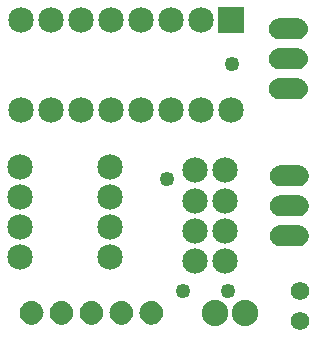
<source format=gts>
G04 MADE WITH FRITZING*
G04 WWW.FRITZING.ORG*
G04 DOUBLE SIDED*
G04 HOLES PLATED*
G04 CONTOUR ON CENTER OF CONTOUR VECTOR*
%ASAXBY*%
%FSLAX23Y23*%
%MOIN*%
%OFA0B0*%
%SFA1.0B1.0*%
%ADD10C,0.088000*%
%ADD11C,0.049370*%
%ADD12C,0.070000*%
%ADD13C,0.061496*%
%ADD14C,0.085000*%
%ADD15C,0.084472*%
%ADD16R,0.085000X0.085000*%
%ADD17C,0.030000*%
%ADD18C,0.027109*%
%ADD19R,0.001000X0.001000*%
%LNMASK1*%
G90*
G70*
G54D10*
X769Y91D03*
X869Y91D03*
G54D11*
X814Y166D03*
X663Y166D03*
G54D12*
X1019Y547D03*
X1019Y447D03*
X1019Y347D03*
X1019Y547D03*
X1019Y447D03*
X1019Y347D03*
X1016Y1038D03*
X1016Y938D03*
X1016Y838D03*
X1016Y1038D03*
X1016Y938D03*
X1016Y838D03*
G54D11*
X611Y539D03*
X827Y923D03*
G54D13*
X1054Y166D03*
X1054Y66D03*
X1054Y166D03*
X1054Y66D03*
G54D14*
X421Y277D03*
X121Y277D03*
X421Y377D03*
X121Y377D03*
X421Y477D03*
X121Y477D03*
X421Y577D03*
X121Y577D03*
G54D15*
X703Y265D03*
X803Y265D03*
X703Y365D03*
X803Y365D03*
X703Y466D03*
X803Y466D03*
X703Y567D03*
X803Y567D03*
X703Y265D03*
X803Y265D03*
X703Y365D03*
X803Y365D03*
X703Y466D03*
X803Y466D03*
X703Y567D03*
X803Y567D03*
G54D14*
X823Y1067D03*
X823Y767D03*
X723Y1067D03*
X723Y767D03*
X623Y1067D03*
X623Y767D03*
X523Y1067D03*
X523Y767D03*
X423Y1067D03*
X423Y767D03*
X323Y1067D03*
X323Y767D03*
X223Y1067D03*
X223Y767D03*
X123Y1067D03*
X123Y767D03*
G54D16*
X823Y1067D03*
G54D17*
G36*
X740Y120D02*
X798Y120D01*
X798Y62D01*
X740Y62D01*
X740Y120D01*
G37*
D02*
G36*
X393Y249D02*
X393Y304D01*
X448Y304D01*
X448Y249D01*
X393Y249D01*
G37*
D02*
G54D18*
G36*
X675Y293D02*
X732Y293D01*
X732Y236D01*
X675Y236D01*
X675Y293D01*
G37*
D02*
G36*
X675Y293D02*
X732Y293D01*
X732Y236D01*
X675Y236D01*
X675Y293D01*
G37*
D02*
G36*
X675Y595D02*
X732Y595D01*
X732Y538D01*
X675Y538D01*
X675Y595D01*
G37*
D02*
G54D19*
X979Y1073D02*
X1050Y1073D01*
X975Y1072D02*
X1054Y1072D01*
X972Y1071D02*
X1057Y1071D01*
X970Y1070D02*
X1059Y1070D01*
X968Y1069D02*
X1061Y1069D01*
X967Y1068D02*
X1062Y1068D01*
X965Y1067D02*
X1064Y1067D01*
X964Y1066D02*
X1065Y1066D01*
X963Y1065D02*
X1066Y1065D01*
X961Y1064D02*
X1067Y1064D01*
X960Y1063D02*
X1069Y1063D01*
X959Y1062D02*
X1069Y1062D01*
X959Y1061D02*
X1070Y1061D01*
X958Y1060D02*
X1071Y1060D01*
X957Y1059D02*
X1072Y1059D01*
X956Y1058D02*
X1073Y1058D01*
X956Y1057D02*
X1073Y1057D01*
X955Y1056D02*
X1074Y1056D01*
X954Y1055D02*
X1075Y1055D01*
X954Y1054D02*
X1075Y1054D01*
X953Y1053D02*
X1009Y1053D01*
X1020Y1053D02*
X1076Y1053D01*
X953Y1052D02*
X1007Y1052D01*
X1022Y1052D02*
X1076Y1052D01*
X952Y1051D02*
X1005Y1051D01*
X1024Y1051D02*
X1076Y1051D01*
X952Y1050D02*
X1004Y1050D01*
X1025Y1050D02*
X1077Y1050D01*
X952Y1049D02*
X1003Y1049D01*
X1026Y1049D02*
X1077Y1049D01*
X951Y1048D02*
X1002Y1048D01*
X1027Y1048D02*
X1078Y1048D01*
X951Y1047D02*
X1001Y1047D01*
X1028Y1047D02*
X1078Y1047D01*
X951Y1046D02*
X1001Y1046D01*
X1028Y1046D02*
X1078Y1046D01*
X951Y1045D02*
X1000Y1045D01*
X1029Y1045D02*
X1078Y1045D01*
X950Y1044D02*
X1000Y1044D01*
X1029Y1044D02*
X1078Y1044D01*
X950Y1043D02*
X1000Y1043D01*
X1029Y1043D02*
X1079Y1043D01*
X950Y1042D02*
X999Y1042D01*
X1030Y1042D02*
X1079Y1042D01*
X950Y1041D02*
X999Y1041D01*
X1030Y1041D02*
X1079Y1041D01*
X950Y1040D02*
X999Y1040D01*
X1030Y1040D02*
X1079Y1040D01*
X950Y1039D02*
X999Y1039D01*
X1030Y1039D02*
X1079Y1039D01*
X950Y1038D02*
X999Y1038D01*
X1030Y1038D02*
X1079Y1038D01*
X950Y1037D02*
X999Y1037D01*
X1030Y1037D02*
X1079Y1037D01*
X950Y1036D02*
X999Y1036D01*
X1030Y1036D02*
X1079Y1036D01*
X950Y1035D02*
X999Y1035D01*
X1030Y1035D02*
X1079Y1035D01*
X950Y1034D02*
X1000Y1034D01*
X1029Y1034D02*
X1079Y1034D01*
X951Y1033D02*
X1000Y1033D01*
X1029Y1033D02*
X1078Y1033D01*
X951Y1032D02*
X1000Y1032D01*
X1029Y1032D02*
X1078Y1032D01*
X951Y1031D02*
X1001Y1031D01*
X1028Y1031D02*
X1078Y1031D01*
X951Y1030D02*
X1001Y1030D01*
X1028Y1030D02*
X1078Y1030D01*
X952Y1029D02*
X1002Y1029D01*
X1027Y1029D02*
X1077Y1029D01*
X952Y1028D02*
X1003Y1028D01*
X1026Y1028D02*
X1077Y1028D01*
X952Y1027D02*
X1004Y1027D01*
X1025Y1027D02*
X1077Y1027D01*
X953Y1026D02*
X1005Y1026D01*
X1023Y1026D02*
X1076Y1026D01*
X953Y1025D02*
X1007Y1025D01*
X1022Y1025D02*
X1076Y1025D01*
X954Y1024D02*
X1011Y1024D01*
X1018Y1024D02*
X1075Y1024D01*
X954Y1023D02*
X1075Y1023D01*
X955Y1022D02*
X1074Y1022D01*
X955Y1021D02*
X1074Y1021D01*
X956Y1020D02*
X1073Y1020D01*
X956Y1019D02*
X1072Y1019D01*
X957Y1018D02*
X1072Y1018D01*
X958Y1017D02*
X1071Y1017D01*
X959Y1016D02*
X1070Y1016D01*
X960Y1015D02*
X1069Y1015D01*
X961Y1014D02*
X1068Y1014D01*
X962Y1013D02*
X1067Y1013D01*
X963Y1012D02*
X1066Y1012D01*
X964Y1011D02*
X1065Y1011D01*
X966Y1010D02*
X1063Y1010D01*
X967Y1009D02*
X1062Y1009D01*
X969Y1008D02*
X1060Y1008D01*
X971Y1007D02*
X1058Y1007D01*
X973Y1006D02*
X1056Y1006D01*
X976Y1005D02*
X1053Y1005D01*
X981Y1004D02*
X1048Y1004D01*
X978Y973D02*
X1051Y973D01*
X975Y972D02*
X1054Y972D01*
X972Y971D02*
X1057Y971D01*
X970Y970D02*
X1059Y970D01*
X968Y969D02*
X1061Y969D01*
X966Y968D02*
X1062Y968D01*
X965Y967D02*
X1064Y967D01*
X964Y966D02*
X1065Y966D01*
X962Y965D02*
X1066Y965D01*
X961Y964D02*
X1068Y964D01*
X960Y963D02*
X1069Y963D01*
X959Y962D02*
X1070Y962D01*
X958Y961D02*
X1070Y961D01*
X958Y960D02*
X1071Y960D01*
X957Y959D02*
X1072Y959D01*
X956Y958D02*
X1073Y958D01*
X956Y957D02*
X1073Y957D01*
X955Y956D02*
X1074Y956D01*
X954Y955D02*
X1075Y955D01*
X954Y954D02*
X1075Y954D01*
X953Y953D02*
X1009Y953D01*
X1020Y953D02*
X1076Y953D01*
X953Y952D02*
X1007Y952D01*
X1022Y952D02*
X1076Y952D01*
X952Y951D02*
X1005Y951D01*
X1024Y951D02*
X1076Y951D01*
X952Y950D02*
X1004Y950D01*
X1025Y950D02*
X1077Y950D01*
X952Y949D02*
X1003Y949D01*
X1026Y949D02*
X1077Y949D01*
X951Y948D02*
X1002Y948D01*
X1027Y948D02*
X1078Y948D01*
X951Y947D02*
X1001Y947D01*
X1028Y947D02*
X1078Y947D01*
X951Y946D02*
X1001Y946D01*
X1028Y946D02*
X1078Y946D01*
X951Y945D02*
X1000Y945D01*
X1029Y945D02*
X1078Y945D01*
X950Y944D02*
X1000Y944D01*
X1029Y944D02*
X1078Y944D01*
X950Y943D02*
X1000Y943D01*
X1029Y943D02*
X1079Y943D01*
X950Y942D02*
X999Y942D01*
X1030Y942D02*
X1079Y942D01*
X950Y941D02*
X999Y941D01*
X1030Y941D02*
X1079Y941D01*
X950Y940D02*
X999Y940D01*
X1030Y940D02*
X1079Y940D01*
X950Y939D02*
X999Y939D01*
X1030Y939D02*
X1079Y939D01*
X950Y938D02*
X999Y938D01*
X1030Y938D02*
X1079Y938D01*
X950Y937D02*
X999Y937D01*
X1030Y937D02*
X1079Y937D01*
X950Y936D02*
X999Y936D01*
X1030Y936D02*
X1079Y936D01*
X950Y935D02*
X999Y935D01*
X1030Y935D02*
X1079Y935D01*
X950Y934D02*
X1000Y934D01*
X1029Y934D02*
X1079Y934D01*
X951Y933D02*
X1000Y933D01*
X1029Y933D02*
X1078Y933D01*
X951Y932D02*
X1000Y932D01*
X1029Y932D02*
X1078Y932D01*
X951Y931D02*
X1001Y931D01*
X1028Y931D02*
X1078Y931D01*
X951Y930D02*
X1001Y930D01*
X1027Y930D02*
X1078Y930D01*
X952Y929D02*
X1002Y929D01*
X1027Y929D02*
X1077Y929D01*
X952Y928D02*
X1003Y928D01*
X1026Y928D02*
X1077Y928D01*
X952Y927D02*
X1004Y927D01*
X1025Y927D02*
X1077Y927D01*
X953Y926D02*
X1006Y926D01*
X1023Y926D02*
X1076Y926D01*
X953Y925D02*
X1008Y925D01*
X1021Y925D02*
X1076Y925D01*
X954Y924D02*
X1011Y924D01*
X1018Y924D02*
X1075Y924D01*
X954Y923D02*
X1075Y923D01*
X955Y922D02*
X1074Y922D01*
X955Y921D02*
X1074Y921D01*
X956Y920D02*
X1073Y920D01*
X957Y919D02*
X1072Y919D01*
X957Y918D02*
X1072Y918D01*
X958Y917D02*
X1071Y917D01*
X959Y916D02*
X1070Y916D01*
X960Y915D02*
X1069Y915D01*
X961Y914D02*
X1068Y914D01*
X962Y913D02*
X1067Y913D01*
X963Y912D02*
X1066Y912D01*
X964Y911D02*
X1065Y911D01*
X966Y910D02*
X1063Y910D01*
X967Y909D02*
X1062Y909D01*
X969Y908D02*
X1060Y908D01*
X971Y907D02*
X1058Y907D01*
X973Y906D02*
X1056Y906D01*
X976Y905D02*
X1053Y905D01*
X981Y904D02*
X1048Y904D01*
X978Y873D02*
X1051Y873D01*
X974Y872D02*
X1054Y872D01*
X972Y871D02*
X1057Y871D01*
X970Y870D02*
X1059Y870D01*
X968Y869D02*
X1061Y869D01*
X966Y868D02*
X1063Y868D01*
X965Y867D02*
X1064Y867D01*
X964Y866D02*
X1065Y866D01*
X962Y865D02*
X1067Y865D01*
X961Y864D02*
X1068Y864D01*
X960Y863D02*
X1069Y863D01*
X959Y862D02*
X1070Y862D01*
X958Y861D02*
X1070Y861D01*
X958Y860D02*
X1071Y860D01*
X957Y859D02*
X1072Y859D01*
X956Y858D02*
X1073Y858D01*
X955Y857D02*
X1073Y857D01*
X955Y856D02*
X1074Y856D01*
X954Y855D02*
X1075Y855D01*
X954Y854D02*
X1075Y854D01*
X953Y853D02*
X1009Y853D01*
X1020Y853D02*
X1076Y853D01*
X953Y852D02*
X1006Y852D01*
X1022Y852D02*
X1076Y852D01*
X952Y851D02*
X1005Y851D01*
X1024Y851D02*
X1076Y851D01*
X952Y850D02*
X1004Y850D01*
X1025Y850D02*
X1077Y850D01*
X952Y849D02*
X1003Y849D01*
X1026Y849D02*
X1077Y849D01*
X951Y848D02*
X1002Y848D01*
X1027Y848D02*
X1078Y848D01*
X951Y847D02*
X1001Y847D01*
X1028Y847D02*
X1078Y847D01*
X951Y846D02*
X1001Y846D01*
X1028Y846D02*
X1078Y846D01*
X951Y845D02*
X1000Y845D01*
X1029Y845D02*
X1078Y845D01*
X950Y844D02*
X1000Y844D01*
X1029Y844D02*
X1078Y844D01*
X950Y843D02*
X1000Y843D01*
X1029Y843D02*
X1079Y843D01*
X950Y842D02*
X999Y842D01*
X1030Y842D02*
X1079Y842D01*
X950Y841D02*
X999Y841D01*
X1030Y841D02*
X1079Y841D01*
X950Y840D02*
X999Y840D01*
X1030Y840D02*
X1079Y840D01*
X950Y839D02*
X999Y839D01*
X1030Y839D02*
X1079Y839D01*
X950Y838D02*
X999Y838D01*
X1030Y838D02*
X1079Y838D01*
X950Y837D02*
X999Y837D01*
X1030Y837D02*
X1079Y837D01*
X950Y836D02*
X999Y836D01*
X1030Y836D02*
X1079Y836D01*
X950Y835D02*
X999Y835D01*
X1030Y835D02*
X1079Y835D01*
X950Y834D02*
X1000Y834D01*
X1029Y834D02*
X1079Y834D01*
X951Y833D02*
X1000Y833D01*
X1029Y833D02*
X1078Y833D01*
X951Y832D02*
X1000Y832D01*
X1029Y832D02*
X1078Y832D01*
X951Y831D02*
X1001Y831D01*
X1028Y831D02*
X1078Y831D01*
X951Y830D02*
X1001Y830D01*
X1027Y830D02*
X1078Y830D01*
X952Y829D02*
X1002Y829D01*
X1027Y829D02*
X1077Y829D01*
X952Y828D02*
X1003Y828D01*
X1026Y828D02*
X1077Y828D01*
X952Y827D02*
X1004Y827D01*
X1025Y827D02*
X1077Y827D01*
X953Y826D02*
X1006Y826D01*
X1023Y826D02*
X1076Y826D01*
X953Y825D02*
X1008Y825D01*
X1021Y825D02*
X1076Y825D01*
X954Y824D02*
X1012Y824D01*
X1017Y824D02*
X1075Y824D01*
X954Y823D02*
X1075Y823D01*
X955Y822D02*
X1074Y822D01*
X955Y821D02*
X1074Y821D01*
X956Y820D02*
X1073Y820D01*
X957Y819D02*
X1072Y819D01*
X957Y818D02*
X1072Y818D01*
X958Y817D02*
X1071Y817D01*
X959Y816D02*
X1070Y816D01*
X960Y815D02*
X1069Y815D01*
X961Y814D02*
X1068Y814D01*
X962Y813D02*
X1067Y813D01*
X963Y812D02*
X1066Y812D01*
X964Y811D02*
X1065Y811D01*
X966Y810D02*
X1063Y810D01*
X967Y809D02*
X1062Y809D01*
X969Y808D02*
X1060Y808D01*
X971Y807D02*
X1058Y807D01*
X973Y806D02*
X1056Y806D01*
X976Y805D02*
X1052Y805D01*
X982Y804D02*
X1047Y804D01*
X983Y583D02*
X1052Y583D01*
X979Y582D02*
X1057Y582D01*
X976Y581D02*
X1060Y581D01*
X974Y580D02*
X1062Y580D01*
X972Y579D02*
X1064Y579D01*
X970Y578D02*
X1065Y578D01*
X969Y577D02*
X1067Y577D01*
X967Y576D02*
X1068Y576D01*
X966Y575D02*
X1069Y575D01*
X965Y574D02*
X1071Y574D01*
X964Y573D02*
X1072Y573D01*
X963Y572D02*
X1073Y572D01*
X962Y571D02*
X1073Y571D01*
X961Y570D02*
X1074Y570D01*
X960Y569D02*
X1075Y569D01*
X960Y568D02*
X1076Y568D01*
X959Y567D02*
X1076Y567D01*
X958Y566D02*
X1077Y566D01*
X958Y565D02*
X1078Y565D01*
X957Y564D02*
X1078Y564D01*
X957Y563D02*
X1013Y563D01*
X1022Y563D02*
X1079Y563D01*
X956Y562D02*
X1010Y562D01*
X1025Y562D02*
X1079Y562D01*
X956Y561D02*
X1008Y561D01*
X1027Y561D02*
X1080Y561D01*
X955Y560D02*
X1007Y560D01*
X1028Y560D02*
X1080Y560D01*
X955Y559D02*
X1006Y559D01*
X1029Y559D02*
X1080Y559D01*
X955Y558D02*
X1005Y558D01*
X1030Y558D02*
X1081Y558D01*
X954Y557D02*
X1005Y557D01*
X1031Y557D02*
X1081Y557D01*
X954Y556D02*
X1004Y556D01*
X1031Y556D02*
X1081Y556D01*
X954Y555D02*
X1004Y555D01*
X1032Y555D02*
X1082Y555D01*
X954Y554D02*
X1003Y554D01*
X1032Y554D02*
X1082Y554D01*
X954Y553D02*
X1003Y553D01*
X1033Y553D02*
X1082Y553D01*
X953Y552D02*
X1003Y552D01*
X1033Y552D02*
X1082Y552D01*
X953Y551D02*
X1002Y551D01*
X1033Y551D02*
X1082Y551D01*
X953Y550D02*
X1002Y550D01*
X1033Y550D02*
X1082Y550D01*
X953Y549D02*
X1002Y549D01*
X1033Y549D02*
X1082Y549D01*
X953Y548D02*
X1002Y548D01*
X1033Y548D02*
X1082Y548D01*
X953Y547D02*
X1002Y547D01*
X1033Y547D02*
X1082Y547D01*
X953Y546D02*
X1002Y546D01*
X1033Y546D02*
X1082Y546D01*
X953Y545D02*
X1003Y545D01*
X1033Y545D02*
X1082Y545D01*
X954Y544D02*
X1003Y544D01*
X1033Y544D02*
X1082Y544D01*
X954Y543D02*
X1003Y543D01*
X1032Y543D02*
X1082Y543D01*
X954Y542D02*
X1004Y542D01*
X1032Y542D02*
X1082Y542D01*
X954Y541D02*
X1004Y541D01*
X1031Y541D02*
X1081Y541D01*
X954Y540D02*
X1005Y540D01*
X1031Y540D02*
X1081Y540D01*
X955Y539D02*
X1005Y539D01*
X1030Y539D02*
X1081Y539D01*
X955Y538D02*
X1006Y538D01*
X1029Y538D02*
X1080Y538D01*
X955Y537D02*
X1007Y537D01*
X1028Y537D02*
X1080Y537D01*
X956Y536D02*
X1008Y536D01*
X1027Y536D02*
X1080Y536D01*
X956Y535D02*
X1010Y535D01*
X1025Y535D02*
X1079Y535D01*
X957Y534D02*
X1013Y534D01*
X1022Y534D02*
X1079Y534D01*
X957Y533D02*
X1078Y533D01*
X958Y532D02*
X1078Y532D01*
X958Y531D02*
X1077Y531D01*
X959Y530D02*
X1077Y530D01*
X960Y529D02*
X1076Y529D01*
X960Y528D02*
X1075Y528D01*
X961Y527D02*
X1074Y527D01*
X962Y526D02*
X1073Y526D01*
X963Y525D02*
X1073Y525D01*
X964Y524D02*
X1072Y524D01*
X965Y523D02*
X1071Y523D01*
X966Y522D02*
X1069Y522D01*
X967Y521D02*
X1068Y521D01*
X969Y520D02*
X1067Y520D01*
X970Y519D02*
X1065Y519D01*
X972Y518D02*
X1064Y518D01*
X974Y517D02*
X1062Y517D01*
X976Y516D02*
X1060Y516D01*
X979Y515D02*
X1057Y515D01*
X983Y514D02*
X1052Y514D01*
X983Y483D02*
X1053Y483D01*
X978Y482D02*
X1057Y482D01*
X976Y481D02*
X1060Y481D01*
X974Y480D02*
X1062Y480D01*
X972Y479D02*
X1064Y479D01*
X970Y478D02*
X1065Y478D01*
X968Y477D02*
X1067Y477D01*
X967Y476D02*
X1068Y476D01*
X966Y475D02*
X1070Y475D01*
X965Y474D02*
X1071Y474D01*
X964Y473D02*
X1072Y473D01*
X963Y472D02*
X1073Y472D01*
X962Y471D02*
X1074Y471D01*
X961Y470D02*
X1074Y470D01*
X960Y469D02*
X1075Y469D01*
X960Y468D02*
X1076Y468D01*
X959Y467D02*
X1077Y467D01*
X958Y466D02*
X1077Y466D01*
X958Y465D02*
X1078Y465D01*
X957Y464D02*
X1078Y464D01*
X957Y463D02*
X1013Y463D01*
X1022Y463D02*
X1079Y463D01*
X956Y462D02*
X1010Y462D01*
X1025Y462D02*
X1079Y462D01*
X956Y461D02*
X1008Y461D01*
X1027Y461D02*
X1080Y461D01*
X955Y460D02*
X1007Y460D01*
X1028Y460D02*
X1080Y460D01*
X955Y459D02*
X1006Y459D01*
X1029Y459D02*
X1080Y459D01*
X955Y458D02*
X1005Y458D01*
X1030Y458D02*
X1081Y458D01*
X954Y457D02*
X1005Y457D01*
X1031Y457D02*
X1081Y457D01*
X954Y456D02*
X1004Y456D01*
X1031Y456D02*
X1081Y456D01*
X954Y455D02*
X1003Y455D01*
X1032Y455D02*
X1082Y455D01*
X954Y454D02*
X1003Y454D01*
X1032Y454D02*
X1082Y454D01*
X954Y453D02*
X1003Y453D01*
X1033Y453D02*
X1082Y453D01*
X953Y452D02*
X1003Y452D01*
X1033Y452D02*
X1082Y452D01*
X953Y451D02*
X1002Y451D01*
X1033Y451D02*
X1082Y451D01*
X953Y450D02*
X1002Y450D01*
X1033Y450D02*
X1082Y450D01*
X953Y449D02*
X1002Y449D01*
X1033Y449D02*
X1082Y449D01*
X953Y448D02*
X1002Y448D01*
X1033Y448D02*
X1082Y448D01*
X953Y447D02*
X1002Y447D01*
X1033Y447D02*
X1082Y447D01*
X953Y446D02*
X1002Y446D01*
X1033Y446D02*
X1082Y446D01*
X953Y445D02*
X1003Y445D01*
X1033Y445D02*
X1082Y445D01*
X954Y444D02*
X1003Y444D01*
X1033Y444D02*
X1082Y444D01*
X954Y443D02*
X1003Y443D01*
X1032Y443D02*
X1082Y443D01*
X954Y442D02*
X1004Y442D01*
X1032Y442D02*
X1082Y442D01*
X954Y441D02*
X1004Y441D01*
X1031Y441D02*
X1081Y441D01*
X954Y440D02*
X1005Y440D01*
X1031Y440D02*
X1081Y440D01*
X955Y439D02*
X1005Y439D01*
X1030Y439D02*
X1081Y439D01*
X955Y438D02*
X1006Y438D01*
X1029Y438D02*
X1080Y438D01*
X955Y437D02*
X1007Y437D01*
X1028Y437D02*
X1080Y437D01*
X956Y436D02*
X1009Y436D01*
X1027Y436D02*
X1080Y436D01*
X956Y435D02*
X1010Y435D01*
X1025Y435D02*
X1079Y435D01*
X957Y434D02*
X1013Y434D01*
X1022Y434D02*
X1079Y434D01*
X957Y433D02*
X1078Y433D01*
X958Y432D02*
X1078Y432D01*
X958Y431D02*
X1077Y431D01*
X959Y430D02*
X1076Y430D01*
X960Y429D02*
X1076Y429D01*
X960Y428D02*
X1075Y428D01*
X961Y427D02*
X1074Y427D01*
X962Y426D02*
X1073Y426D01*
X963Y425D02*
X1073Y425D01*
X964Y424D02*
X1072Y424D01*
X965Y423D02*
X1070Y423D01*
X966Y422D02*
X1069Y422D01*
X967Y421D02*
X1068Y421D01*
X969Y420D02*
X1067Y420D01*
X970Y419D02*
X1065Y419D01*
X972Y418D02*
X1064Y418D01*
X974Y417D02*
X1062Y417D01*
X976Y416D02*
X1059Y416D01*
X979Y415D02*
X1057Y415D01*
X983Y414D02*
X1052Y414D01*
X982Y383D02*
X1053Y383D01*
X978Y382D02*
X1057Y382D01*
X976Y381D02*
X1060Y381D01*
X973Y380D02*
X1062Y380D01*
X972Y379D02*
X1064Y379D01*
X970Y378D02*
X1066Y378D01*
X968Y377D02*
X1067Y377D01*
X967Y376D02*
X1068Y376D01*
X966Y375D02*
X1070Y375D01*
X965Y374D02*
X1071Y374D01*
X964Y373D02*
X1072Y373D01*
X963Y372D02*
X1073Y372D01*
X962Y371D02*
X1074Y371D01*
X961Y370D02*
X1074Y370D01*
X960Y369D02*
X1075Y369D01*
X960Y368D02*
X1076Y368D01*
X959Y367D02*
X1077Y367D01*
X958Y366D02*
X1077Y366D01*
X958Y365D02*
X1078Y365D01*
X957Y364D02*
X1078Y364D01*
X957Y363D02*
X1013Y363D01*
X1023Y363D02*
X1079Y363D01*
X956Y362D02*
X1010Y362D01*
X1025Y362D02*
X1079Y362D01*
X956Y361D02*
X1008Y361D01*
X1027Y361D02*
X1080Y361D01*
X955Y360D02*
X1007Y360D01*
X1028Y360D02*
X1080Y360D01*
X955Y359D02*
X1006Y359D01*
X1029Y359D02*
X1080Y359D01*
X955Y358D02*
X1005Y358D01*
X1030Y358D02*
X1081Y358D01*
X954Y357D02*
X1004Y357D01*
X1031Y357D02*
X1081Y357D01*
X954Y356D02*
X1004Y356D01*
X1032Y356D02*
X1081Y356D01*
X954Y355D02*
X1003Y355D01*
X1032Y355D02*
X1082Y355D01*
X954Y354D02*
X1003Y354D01*
X1032Y354D02*
X1082Y354D01*
X954Y353D02*
X1003Y353D01*
X1033Y353D02*
X1082Y353D01*
X953Y352D02*
X1003Y352D01*
X1033Y352D02*
X1082Y352D01*
X953Y351D02*
X1002Y351D01*
X1033Y351D02*
X1082Y351D01*
X953Y350D02*
X1002Y350D01*
X1033Y350D02*
X1082Y350D01*
X953Y349D02*
X1002Y349D01*
X1033Y349D02*
X1082Y349D01*
X953Y348D02*
X1002Y348D01*
X1033Y348D02*
X1082Y348D01*
X953Y347D02*
X1002Y347D01*
X1033Y347D02*
X1082Y347D01*
X953Y346D02*
X1002Y346D01*
X1033Y346D02*
X1082Y346D01*
X953Y345D02*
X1003Y345D01*
X1033Y345D02*
X1082Y345D01*
X954Y344D02*
X1003Y344D01*
X1033Y344D02*
X1082Y344D01*
X954Y343D02*
X1003Y343D01*
X1032Y343D02*
X1082Y343D01*
X954Y342D02*
X1004Y342D01*
X1032Y342D02*
X1081Y342D01*
X954Y341D02*
X1004Y341D01*
X1031Y341D02*
X1081Y341D01*
X954Y340D02*
X1005Y340D01*
X1031Y340D02*
X1081Y340D01*
X955Y339D02*
X1005Y339D01*
X1030Y339D02*
X1081Y339D01*
X955Y338D02*
X1006Y338D01*
X1029Y338D02*
X1080Y338D01*
X955Y337D02*
X1007Y337D01*
X1028Y337D02*
X1080Y337D01*
X956Y336D02*
X1009Y336D01*
X1027Y336D02*
X1080Y336D01*
X956Y335D02*
X1011Y335D01*
X1025Y335D02*
X1079Y335D01*
X957Y334D02*
X1014Y334D01*
X1022Y334D02*
X1079Y334D01*
X957Y333D02*
X1078Y333D01*
X958Y332D02*
X1078Y332D01*
X958Y331D02*
X1077Y331D01*
X959Y330D02*
X1076Y330D01*
X960Y329D02*
X1076Y329D01*
X960Y328D02*
X1075Y328D01*
X961Y327D02*
X1074Y327D01*
X962Y326D02*
X1073Y326D01*
X963Y325D02*
X1072Y325D01*
X964Y324D02*
X1072Y324D01*
X965Y323D02*
X1070Y323D01*
X966Y322D02*
X1069Y322D01*
X967Y321D02*
X1068Y321D01*
X969Y320D02*
X1067Y320D01*
X970Y319D02*
X1065Y319D01*
X972Y318D02*
X1064Y318D01*
X974Y317D02*
X1062Y317D01*
X976Y316D02*
X1059Y316D01*
X979Y315D02*
X1056Y315D01*
X984Y314D02*
X1052Y314D01*
X157Y132D02*
X160Y132D01*
X257Y132D02*
X260Y132D01*
X356Y132D02*
X360Y132D01*
X456Y132D02*
X459Y132D01*
X556Y132D02*
X559Y132D01*
X150Y131D02*
X166Y131D01*
X250Y131D02*
X266Y131D01*
X350Y131D02*
X366Y131D01*
X450Y131D02*
X466Y131D01*
X550Y131D02*
X566Y131D01*
X147Y130D02*
X169Y130D01*
X247Y130D02*
X269Y130D01*
X347Y130D02*
X369Y130D01*
X447Y130D02*
X469Y130D01*
X547Y130D02*
X569Y130D01*
X145Y129D02*
X172Y129D01*
X245Y129D02*
X271Y129D01*
X345Y129D02*
X371Y129D01*
X444Y129D02*
X471Y129D01*
X544Y129D02*
X571Y129D01*
X143Y128D02*
X174Y128D01*
X243Y128D02*
X274Y128D01*
X342Y128D02*
X373Y128D01*
X442Y128D02*
X473Y128D01*
X542Y128D02*
X573Y128D01*
X141Y127D02*
X176Y127D01*
X241Y127D02*
X275Y127D01*
X341Y127D02*
X375Y127D01*
X441Y127D02*
X475Y127D01*
X540Y127D02*
X575Y127D01*
X139Y126D02*
X177Y126D01*
X239Y126D02*
X277Y126D01*
X339Y126D02*
X377Y126D01*
X439Y126D02*
X477Y126D01*
X539Y126D02*
X577Y126D01*
X138Y125D02*
X179Y125D01*
X238Y125D02*
X279Y125D01*
X337Y125D02*
X379Y125D01*
X437Y125D02*
X478Y125D01*
X537Y125D02*
X578Y125D01*
X136Y124D02*
X180Y124D01*
X236Y124D02*
X280Y124D01*
X336Y124D02*
X380Y124D01*
X436Y124D02*
X480Y124D01*
X536Y124D02*
X580Y124D01*
X135Y123D02*
X181Y123D01*
X235Y123D02*
X281Y123D01*
X335Y123D02*
X381Y123D01*
X435Y123D02*
X481Y123D01*
X535Y123D02*
X581Y123D01*
X134Y122D02*
X183Y122D01*
X234Y122D02*
X282Y122D01*
X334Y122D02*
X382Y122D01*
X433Y122D02*
X482Y122D01*
X533Y122D02*
X582Y122D01*
X133Y121D02*
X184Y121D01*
X233Y121D02*
X284Y121D01*
X332Y121D02*
X384Y121D01*
X432Y121D02*
X483Y121D01*
X532Y121D02*
X583Y121D01*
X132Y120D02*
X185Y120D01*
X231Y120D02*
X285Y120D01*
X331Y120D02*
X385Y120D01*
X431Y120D02*
X485Y120D01*
X531Y120D02*
X584Y120D01*
X131Y119D02*
X186Y119D01*
X230Y119D02*
X286Y119D01*
X330Y119D02*
X386Y119D01*
X430Y119D02*
X485Y119D01*
X530Y119D02*
X585Y119D01*
X130Y118D02*
X187Y118D01*
X230Y118D02*
X287Y118D01*
X329Y118D02*
X386Y118D01*
X429Y118D02*
X486Y118D01*
X529Y118D02*
X586Y118D01*
X129Y117D02*
X188Y117D01*
X229Y117D02*
X287Y117D01*
X329Y117D02*
X387Y117D01*
X428Y117D02*
X487Y117D01*
X528Y117D02*
X587Y117D01*
X128Y116D02*
X188Y116D01*
X228Y116D02*
X288Y116D01*
X328Y116D02*
X388Y116D01*
X428Y116D02*
X488Y116D01*
X528Y116D02*
X588Y116D01*
X127Y115D02*
X189Y115D01*
X227Y115D02*
X289Y115D01*
X327Y115D02*
X389Y115D01*
X427Y115D02*
X489Y115D01*
X527Y115D02*
X589Y115D01*
X126Y114D02*
X190Y114D01*
X226Y114D02*
X290Y114D01*
X326Y114D02*
X390Y114D01*
X426Y114D02*
X490Y114D01*
X526Y114D02*
X590Y114D01*
X126Y113D02*
X191Y113D01*
X226Y113D02*
X291Y113D01*
X326Y113D02*
X390Y113D01*
X425Y113D02*
X490Y113D01*
X525Y113D02*
X590Y113D01*
X125Y112D02*
X191Y112D01*
X225Y112D02*
X291Y112D01*
X325Y112D02*
X391Y112D01*
X425Y112D02*
X491Y112D01*
X525Y112D02*
X591Y112D01*
X124Y111D02*
X192Y111D01*
X224Y111D02*
X292Y111D01*
X324Y111D02*
X392Y111D01*
X424Y111D02*
X492Y111D01*
X524Y111D02*
X592Y111D01*
X124Y110D02*
X193Y110D01*
X224Y110D02*
X292Y110D01*
X324Y110D02*
X392Y110D01*
X424Y110D02*
X492Y110D01*
X523Y110D02*
X592Y110D01*
X123Y109D02*
X193Y109D01*
X223Y109D02*
X293Y109D01*
X323Y109D02*
X393Y109D01*
X423Y109D02*
X493Y109D01*
X523Y109D02*
X593Y109D01*
X123Y108D02*
X194Y108D01*
X223Y108D02*
X293Y108D01*
X323Y108D02*
X393Y108D01*
X422Y108D02*
X493Y108D01*
X522Y108D02*
X593Y108D01*
X122Y107D02*
X194Y107D01*
X222Y107D02*
X294Y107D01*
X322Y107D02*
X394Y107D01*
X422Y107D02*
X494Y107D01*
X522Y107D02*
X594Y107D01*
X122Y106D02*
X195Y106D01*
X222Y106D02*
X294Y106D01*
X322Y106D02*
X394Y106D01*
X422Y106D02*
X494Y106D01*
X521Y106D02*
X594Y106D01*
X121Y105D02*
X195Y105D01*
X221Y105D02*
X295Y105D01*
X321Y105D02*
X395Y105D01*
X421Y105D02*
X495Y105D01*
X521Y105D02*
X595Y105D01*
X121Y104D02*
X195Y104D01*
X221Y104D02*
X295Y104D01*
X321Y104D02*
X395Y104D01*
X421Y104D02*
X495Y104D01*
X521Y104D02*
X595Y104D01*
X121Y103D02*
X196Y103D01*
X220Y103D02*
X296Y103D01*
X320Y103D02*
X396Y103D01*
X420Y103D02*
X495Y103D01*
X520Y103D02*
X595Y103D01*
X120Y102D02*
X196Y102D01*
X220Y102D02*
X296Y102D01*
X320Y102D02*
X396Y102D01*
X420Y102D02*
X496Y102D01*
X520Y102D02*
X596Y102D01*
X120Y101D02*
X196Y101D01*
X220Y101D02*
X296Y101D01*
X320Y101D02*
X396Y101D01*
X420Y101D02*
X496Y101D01*
X520Y101D02*
X596Y101D01*
X120Y100D02*
X197Y100D01*
X220Y100D02*
X297Y100D01*
X320Y100D02*
X396Y100D01*
X419Y100D02*
X496Y100D01*
X519Y100D02*
X596Y100D01*
X119Y99D02*
X197Y99D01*
X219Y99D02*
X297Y99D01*
X319Y99D02*
X397Y99D01*
X419Y99D02*
X497Y99D01*
X519Y99D02*
X597Y99D01*
X119Y98D02*
X197Y98D01*
X219Y98D02*
X297Y98D01*
X319Y98D02*
X397Y98D01*
X419Y98D02*
X497Y98D01*
X519Y98D02*
X597Y98D01*
X119Y97D02*
X197Y97D01*
X219Y97D02*
X297Y97D01*
X319Y97D02*
X397Y97D01*
X419Y97D02*
X497Y97D01*
X519Y97D02*
X597Y97D01*
X119Y96D02*
X197Y96D01*
X219Y96D02*
X297Y96D01*
X319Y96D02*
X397Y96D01*
X419Y96D02*
X497Y96D01*
X519Y96D02*
X597Y96D01*
X119Y95D02*
X197Y95D01*
X219Y95D02*
X297Y95D01*
X319Y95D02*
X397Y95D01*
X419Y95D02*
X497Y95D01*
X519Y95D02*
X597Y95D01*
X119Y94D02*
X197Y94D01*
X219Y94D02*
X297Y94D01*
X319Y94D02*
X397Y94D01*
X419Y94D02*
X497Y94D01*
X518Y94D02*
X597Y94D01*
X119Y93D02*
X198Y93D01*
X219Y93D02*
X297Y93D01*
X319Y93D02*
X397Y93D01*
X418Y93D02*
X497Y93D01*
X518Y93D02*
X597Y93D01*
X119Y92D02*
X198Y92D01*
X219Y92D02*
X298Y92D01*
X319Y92D02*
X397Y92D01*
X418Y92D02*
X497Y92D01*
X518Y92D02*
X597Y92D01*
X119Y91D02*
X198Y91D01*
X219Y91D02*
X297Y91D01*
X319Y91D02*
X397Y91D01*
X419Y91D02*
X497Y91D01*
X518Y91D02*
X597Y91D01*
X119Y90D02*
X197Y90D01*
X219Y90D02*
X297Y90D01*
X319Y90D02*
X397Y90D01*
X419Y90D02*
X497Y90D01*
X518Y90D02*
X597Y90D01*
X119Y89D02*
X197Y89D01*
X219Y89D02*
X297Y89D01*
X319Y89D02*
X397Y89D01*
X419Y89D02*
X497Y89D01*
X519Y89D02*
X597Y89D01*
X119Y88D02*
X197Y88D01*
X219Y88D02*
X297Y88D01*
X319Y88D02*
X397Y88D01*
X419Y88D02*
X497Y88D01*
X519Y88D02*
X597Y88D01*
X119Y87D02*
X197Y87D01*
X219Y87D02*
X297Y87D01*
X319Y87D02*
X397Y87D01*
X419Y87D02*
X497Y87D01*
X519Y87D02*
X597Y87D01*
X119Y86D02*
X197Y86D01*
X219Y86D02*
X297Y86D01*
X319Y86D02*
X397Y86D01*
X419Y86D02*
X497Y86D01*
X519Y86D02*
X597Y86D01*
X120Y85D02*
X197Y85D01*
X219Y85D02*
X297Y85D01*
X319Y85D02*
X397Y85D01*
X419Y85D02*
X497Y85D01*
X519Y85D02*
X596Y85D01*
X120Y84D02*
X197Y84D01*
X220Y84D02*
X296Y84D01*
X320Y84D02*
X396Y84D01*
X420Y84D02*
X496Y84D01*
X519Y84D02*
X596Y84D01*
X120Y83D02*
X196Y83D01*
X220Y83D02*
X296Y83D01*
X320Y83D02*
X396Y83D01*
X420Y83D02*
X496Y83D01*
X520Y83D02*
X596Y83D01*
X120Y82D02*
X196Y82D01*
X220Y82D02*
X296Y82D01*
X320Y82D02*
X396Y82D01*
X420Y82D02*
X496Y82D01*
X520Y82D02*
X596Y82D01*
X121Y81D02*
X196Y81D01*
X221Y81D02*
X296Y81D01*
X321Y81D02*
X395Y81D01*
X420Y81D02*
X495Y81D01*
X520Y81D02*
X595Y81D01*
X121Y80D02*
X195Y80D01*
X221Y80D02*
X295Y80D01*
X321Y80D02*
X395Y80D01*
X421Y80D02*
X495Y80D01*
X521Y80D02*
X595Y80D01*
X121Y79D02*
X195Y79D01*
X221Y79D02*
X295Y79D01*
X321Y79D02*
X395Y79D01*
X421Y79D02*
X495Y79D01*
X521Y79D02*
X595Y79D01*
X122Y78D02*
X194Y78D01*
X222Y78D02*
X294Y78D01*
X322Y78D02*
X394Y78D01*
X422Y78D02*
X494Y78D01*
X522Y78D02*
X594Y78D01*
X122Y77D02*
X194Y77D01*
X222Y77D02*
X294Y77D01*
X322Y77D02*
X394Y77D01*
X422Y77D02*
X494Y77D01*
X522Y77D02*
X594Y77D01*
X123Y76D02*
X193Y76D01*
X223Y76D02*
X293Y76D01*
X323Y76D02*
X393Y76D01*
X423Y76D02*
X493Y76D01*
X523Y76D02*
X593Y76D01*
X123Y75D02*
X193Y75D01*
X223Y75D02*
X293Y75D01*
X323Y75D02*
X393Y75D01*
X423Y75D02*
X493Y75D01*
X523Y75D02*
X593Y75D01*
X124Y74D02*
X192Y74D01*
X224Y74D02*
X292Y74D01*
X324Y74D02*
X392Y74D01*
X424Y74D02*
X492Y74D01*
X524Y74D02*
X592Y74D01*
X125Y73D02*
X192Y73D01*
X224Y73D02*
X292Y73D01*
X324Y73D02*
X392Y73D01*
X424Y73D02*
X491Y73D01*
X524Y73D02*
X591Y73D01*
X125Y72D02*
X191Y72D01*
X225Y72D02*
X291Y72D01*
X325Y72D02*
X391Y72D01*
X425Y72D02*
X491Y72D01*
X525Y72D02*
X591Y72D01*
X126Y71D02*
X190Y71D01*
X226Y71D02*
X290Y71D01*
X326Y71D02*
X390Y71D01*
X426Y71D02*
X490Y71D01*
X526Y71D02*
X590Y71D01*
X127Y70D02*
X190Y70D01*
X227Y70D02*
X290Y70D01*
X326Y70D02*
X390Y70D01*
X426Y70D02*
X489Y70D01*
X526Y70D02*
X589Y70D01*
X127Y69D02*
X189Y69D01*
X227Y69D02*
X289Y69D01*
X327Y69D02*
X389Y69D01*
X427Y69D02*
X489Y69D01*
X527Y69D02*
X589Y69D01*
X128Y68D02*
X188Y68D01*
X228Y68D02*
X288Y68D01*
X328Y68D02*
X388Y68D01*
X428Y68D02*
X488Y68D01*
X528Y68D02*
X588Y68D01*
X129Y67D02*
X187Y67D01*
X229Y67D02*
X287Y67D01*
X329Y67D02*
X387Y67D01*
X429Y67D02*
X487Y67D01*
X529Y67D02*
X587Y67D01*
X130Y66D02*
X186Y66D01*
X230Y66D02*
X286Y66D01*
X330Y66D02*
X386Y66D01*
X430Y66D02*
X486Y66D01*
X530Y66D02*
X586Y66D01*
X131Y65D02*
X185Y65D01*
X231Y65D02*
X285Y65D01*
X331Y65D02*
X385Y65D01*
X431Y65D02*
X485Y65D01*
X531Y65D02*
X585Y65D01*
X132Y64D02*
X184Y64D01*
X232Y64D02*
X284Y64D01*
X332Y64D02*
X384Y64D01*
X432Y64D02*
X484Y64D01*
X532Y64D02*
X584Y64D01*
X133Y63D02*
X183Y63D01*
X233Y63D02*
X283Y63D01*
X333Y63D02*
X383Y63D01*
X433Y63D02*
X483Y63D01*
X533Y63D02*
X583Y63D01*
X134Y62D02*
X182Y62D01*
X234Y62D02*
X282Y62D01*
X334Y62D02*
X382Y62D01*
X434Y62D02*
X482Y62D01*
X534Y62D02*
X582Y62D01*
X135Y61D02*
X181Y61D01*
X235Y61D02*
X281Y61D01*
X335Y61D02*
X381Y61D01*
X435Y61D02*
X481Y61D01*
X535Y61D02*
X581Y61D01*
X137Y60D02*
X180Y60D01*
X237Y60D02*
X280Y60D01*
X336Y60D02*
X380Y60D01*
X436Y60D02*
X479Y60D01*
X536Y60D02*
X579Y60D01*
X138Y59D02*
X178Y59D01*
X238Y59D02*
X278Y59D01*
X338Y59D02*
X378Y59D01*
X438Y59D02*
X478Y59D01*
X538Y59D02*
X578Y59D01*
X140Y58D02*
X177Y58D01*
X240Y58D02*
X277Y58D01*
X339Y58D02*
X377Y58D01*
X439Y58D02*
X476Y58D01*
X539Y58D02*
X576Y58D01*
X141Y57D02*
X175Y57D01*
X241Y57D02*
X275Y57D01*
X341Y57D02*
X375Y57D01*
X441Y57D02*
X475Y57D01*
X541Y57D02*
X575Y57D01*
X143Y56D02*
X173Y56D01*
X243Y56D02*
X273Y56D01*
X343Y56D02*
X373Y56D01*
X443Y56D02*
X473Y56D01*
X543Y56D02*
X573Y56D01*
X145Y55D02*
X171Y55D01*
X245Y55D02*
X271Y55D01*
X345Y55D02*
X371Y55D01*
X445Y55D02*
X471Y55D01*
X545Y55D02*
X571Y55D01*
X148Y54D02*
X168Y54D01*
X248Y54D02*
X268Y54D01*
X348Y54D02*
X368Y54D01*
X448Y54D02*
X468Y54D01*
X548Y54D02*
X568Y54D01*
X152Y53D02*
X165Y53D01*
X251Y53D02*
X265Y53D01*
X351Y53D02*
X365Y53D01*
X451Y53D02*
X465Y53D01*
X551Y53D02*
X564Y53D01*
D02*
G04 End of Mask1*
M02*
</source>
